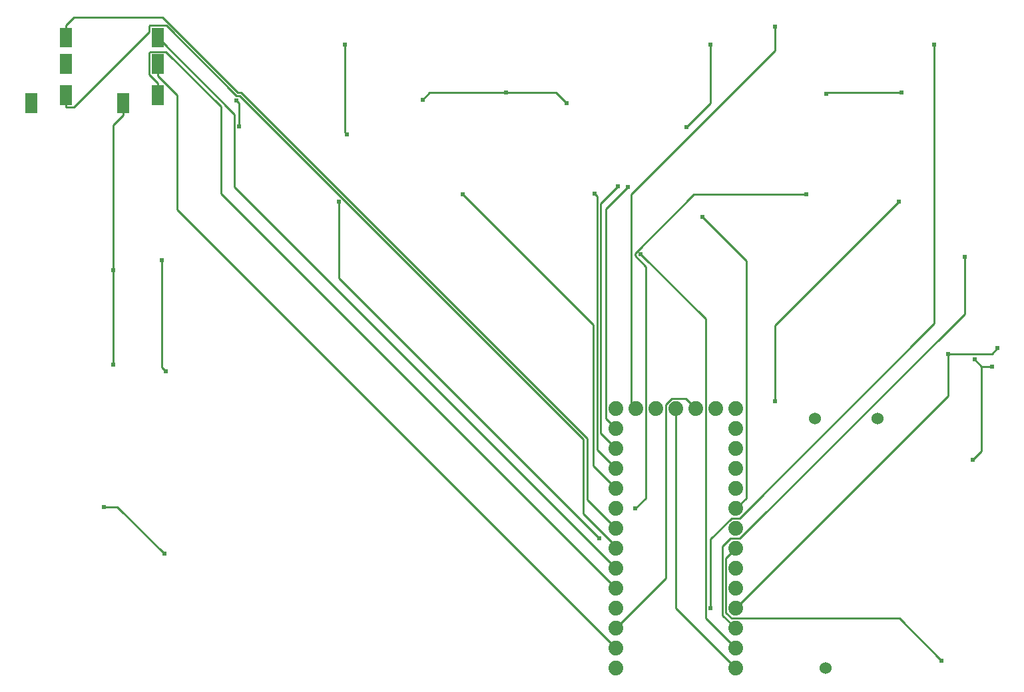
<source format=gbl>
G04 Layer: BottomLayer*
G04 Gerber Generator version 0.2*
G04 Scale: 100 percent, Rotated: No, Reflected: No *
G04 Dimensions in millimeters *
G04 leading zeros omitted , absolute positions ,4 integer and 5 decimal *
%FSLAX45Y45*%
%MOMM*%

%ADD10C,0.2540*%
%ADD11C,0.6096*%
%ADD18C,1.8796*%
%ADD19C,1.5240*%

%LPD*%
D10*
X8153400Y317502D02*
G01*
X7772425Y698477D01*
X7772425Y4506597D01*
X6945020Y5334002D01*
X8153400Y825502D02*
G01*
X10855731Y3527833D01*
X10855731Y4064002D01*
X6629400Y1587502D02*
G01*
X6629400Y1615620D01*
X6214948Y2030072D01*
X6214948Y2978533D01*
X1847900Y7345580D01*
X1806905Y7345580D01*
X911656Y8240829D01*
X703605Y8240829D01*
X696213Y8233437D01*
X696213Y8159193D01*
X-262102Y7200877D01*
X-363728Y7200877D01*
X-363728Y7353835D02*
G01*
X-363728Y7200877D01*
X235305Y5128338D02*
G01*
X235305Y3921914D01*
X363728Y7100902D02*
G01*
X235305Y6972480D01*
X235305Y5128338D01*
X363728Y7253861D02*
G01*
X363728Y7100902D01*
X5232958Y7385611D02*
G01*
X4258538Y7385611D01*
X4170679Y7297752D01*
X6000750Y7250940D02*
G01*
X5866079Y7385611D01*
X5232958Y7385611D01*
X10261498Y7385611D02*
G01*
X9315729Y7385611D01*
X9302495Y7372377D01*
X6629400Y571502D02*
G01*
X7264400Y1206502D01*
X7264400Y3417623D01*
X7340701Y3493924D01*
X7516977Y3493924D01*
X7645400Y3365502D01*
X804671Y7753835D02*
G01*
X804671Y7600876D01*
X6629400Y317502D02*
G01*
X1051560Y5895342D01*
X1051560Y7353988D01*
X804671Y7600876D01*
X6629400Y1841502D02*
G01*
X6264122Y2206779D01*
X6264122Y2987017D01*
X1864791Y7386347D01*
X1823821Y7386347D01*
X865047Y8345121D01*
X-259308Y8345121D01*
X-363728Y8240702D01*
X-363728Y8087743D02*
G01*
X-363728Y8240702D01*
X804671Y7353835D02*
G01*
X804671Y7506820D01*
X6629400Y1079502D02*
G01*
X1605026Y6103876D01*
X1605026Y7209309D01*
X907389Y7906946D01*
X708964Y7906946D01*
X694918Y7892900D01*
X694918Y7616573D01*
X804671Y7506820D01*
X804671Y8087743D02*
G01*
X1779904Y7112510D01*
X1779904Y6182997D01*
X6629400Y1333502D01*
X11281181Y3899715D02*
G01*
X11281181Y2828876D01*
X11170996Y2718691D01*
X11281181Y3899715D02*
G01*
X11412575Y3899715D01*
X11191036Y3989859D02*
G01*
X11281181Y3899715D01*
X853059Y5258691D02*
G01*
X853059Y3892476D01*
X904519Y3841015D01*
X7391400Y3365502D02*
G01*
X7391400Y825502D01*
X8153400Y63502D01*
X8153400Y571502D02*
G01*
X7987385Y737516D01*
X7987385Y1613613D01*
X8088274Y1714502D01*
X8206714Y1714502D01*
X11062538Y4570326D01*
X11062538Y5293997D01*
X10855731Y4064002D02*
G01*
X11408841Y4064002D01*
X11484178Y4139338D01*
X8153400Y1587502D02*
G01*
X8029549Y1463652D01*
X8029549Y771070D01*
X8102117Y698502D01*
X10231678Y698502D01*
X10769752Y160428D01*
X8153400Y2095502D02*
G01*
X8285327Y2227430D01*
X8285327Y5250030D01*
X7730083Y5805274D01*
X3110179Y6000473D02*
G01*
X3110179Y5025494D01*
X6421170Y1714502D01*
X6629400Y2349502D02*
G01*
X6342075Y2636827D01*
X6342075Y4433293D01*
X4679365Y6096002D01*
X6629400Y2603502D02*
G01*
X6394754Y2838147D01*
X6394754Y6064709D01*
X6357696Y6101768D01*
X6629400Y2857502D02*
G01*
X6435547Y3051355D01*
X6435547Y5972888D01*
X6653352Y6190693D01*
X6629400Y3111502D02*
G01*
X6498920Y3241982D01*
X6498920Y5903978D01*
X6784086Y6189144D01*
X9047149Y6090897D02*
G01*
X7619060Y6090897D01*
X6871614Y5343451D01*
X6871614Y5310659D01*
X7010400Y5171874D01*
X7010400Y2227734D01*
X6878167Y2095502D01*
X8651570Y3462479D02*
G01*
X8651570Y4421507D01*
X10230002Y5999939D01*
X120065Y2115466D02*
G01*
X287401Y2115466D01*
X885901Y1516966D01*
X1804136Y7287033D02*
G01*
X1838452Y7252718D01*
X1838452Y6956681D01*
X3182493Y8000951D02*
G01*
X3182493Y6886272D01*
X3210763Y6858002D01*
X7524521Y6947283D02*
G01*
X7827594Y7250356D01*
X7827594Y8000951D01*
X10679938Y8000926D02*
G01*
X10679938Y4449422D01*
X8203971Y1973455D01*
X8099196Y1973455D01*
X7833207Y1707466D01*
X7833207Y825502D01*
X6883400Y3365502D02*
G01*
X6822744Y3426157D01*
X6822744Y6090414D01*
X8651570Y7919239D01*
X8651570Y8223557D01*
G36*
X-438734Y7478852D02*
G01*
X-288721Y7478852D01*
X-288721Y7228839D01*
X-438734Y7228839D01*
G37*
G36*
X-879678Y7378852D02*
G01*
X-729665Y7378852D01*
X-729665Y7128865D01*
X-879678Y7128865D01*
G37*
G36*
X-438734Y7878851D02*
G01*
X-288721Y7878851D01*
X-288721Y7628839D01*
X-438734Y7628839D01*
G37*
G36*
X-438734Y8212734D02*
G01*
X-288721Y8212734D01*
X-288721Y7962747D01*
X-438734Y7962747D01*
G37*
G36*
X729665Y7478852D02*
G01*
X879678Y7478852D01*
X879678Y7228839D01*
X729665Y7228839D01*
G37*
G36*
X288721Y7378852D02*
G01*
X438734Y7378852D01*
X438734Y7128865D01*
X288721Y7128865D01*
G37*
G36*
X729665Y7878851D02*
G01*
X879678Y7878851D01*
X879678Y7628839D01*
X729665Y7628839D01*
G37*
G36*
X729665Y8212734D02*
G01*
X879678Y8212734D01*
X879678Y7962747D01*
X729665Y7962747D01*
G37*
D18*
G01*
X8153400Y317500D03*
G01*
X8153400Y571500D03*
G01*
X8153400Y825500D03*
G01*
X8153400Y1079500D03*
G01*
X7645400Y3365500D03*
G01*
X6629400Y571500D03*
G01*
X8153400Y1333500D03*
G01*
X8153400Y1587500D03*
G01*
X8153400Y1841500D03*
G01*
X8153400Y2095500D03*
G01*
X8153400Y2349500D03*
G01*
X8153400Y2603500D03*
G01*
X8153400Y2857500D03*
G01*
X8153400Y3111500D03*
G01*
X8153400Y3365500D03*
G01*
X6629400Y3365500D03*
G01*
X6629400Y3111500D03*
G01*
X6629400Y2857500D03*
G01*
X6629400Y2603500D03*
G01*
X6629400Y2349500D03*
G01*
X6629400Y2095500D03*
G01*
X6629400Y1841500D03*
G01*
X6629400Y1587500D03*
G01*
X6629400Y1333500D03*
G01*
X6629400Y1079500D03*
G01*
X6629400Y825500D03*
G01*
X6883400Y3365500D03*
G01*
X6629400Y317500D03*
G01*
X7391400Y3365500D03*
G01*
X8153400Y63500D03*
G01*
X7137400Y3365500D03*
G01*
X7899400Y3365500D03*
G01*
X6629400Y63500D03*
D19*
G01*
X9296400Y63500D03*
G01*
X9156700Y3238500D03*
G01*
X9956800Y3238500D03*
D11*
G01*
X235305Y3921912D03*
G01*
X235305Y5128336D03*
G01*
X4170679Y7297750D03*
G01*
X10261498Y7385608D03*
G01*
X9302495Y7372375D03*
G01*
X5232958Y7385608D03*
G01*
X6000750Y7250937D03*
G01*
X6945020Y5334000D03*
G01*
X11170996Y2718688D03*
G01*
X853059Y5258688D03*
G01*
X904519Y3841013D03*
G01*
X11412575Y3899712D03*
G01*
X11191036Y3989857D03*
G01*
X11062538Y5293995D03*
G01*
X11484178Y4139336D03*
G01*
X10855731Y4064000D03*
G01*
X10769752Y160426D03*
G01*
X7730083Y5805271D03*
G01*
X3110179Y6000470D03*
G01*
X6421170Y1714500D03*
G01*
X4679365Y6096000D03*
G01*
X6357696Y6101765D03*
G01*
X6653352Y6190691D03*
G01*
X6784086Y6189141D03*
G01*
X9047149Y6090894D03*
G01*
X6878167Y2095500D03*
G01*
X10230002Y5999937D03*
G01*
X8651570Y3462477D03*
G01*
X120065Y2115464D03*
G01*
X885901Y1516964D03*
G01*
X1838452Y6956679D03*
G01*
X1804136Y7287031D03*
G01*
X3182493Y8000949D03*
G01*
X3210763Y6858000D03*
G01*
X7524521Y6947280D03*
G01*
X7827594Y8000949D03*
G01*
X10679938Y8000923D03*
G01*
X7833207Y825500D03*
G01*
X8651570Y8223554D03*
M02*

</source>
